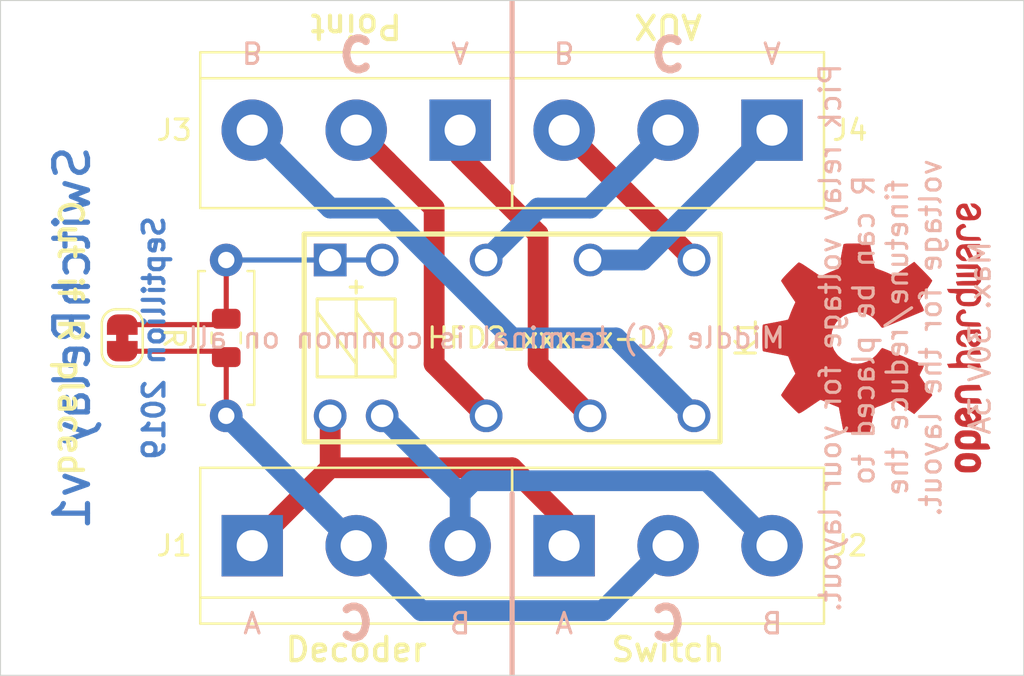
<source format=kicad_pcb>
(kicad_pcb (version 20171130) (host pcbnew "(5.1.4)-1")

  (general
    (thickness 1.6)
    (drawings 26)
    (tracks 46)
    (zones 0)
    (modules 13)
    (nets 11)
  )

  (page A4)
  (title_block
    (title SwitchRelay)
    (date 2019-08-30)
    (rev 1.0)
    (company "Septillion (Timo Engelgeer)")
  )

  (layers
    (0 F.Cu signal)
    (31 B.Cu signal)
    (32 B.Adhes user)
    (33 F.Adhes user)
    (34 B.Paste user hide)
    (35 F.Paste user hide)
    (36 B.SilkS user hide)
    (37 F.SilkS user)
    (38 B.Mask user hide)
    (39 F.Mask user hide)
    (40 Dwgs.User user)
    (41 Cmts.User user)
    (42 Eco1.User user)
    (43 Eco2.User user)
    (44 Edge.Cuts user)
    (45 Margin user)
    (46 B.CrtYd user)
    (47 F.CrtYd user)
    (48 B.Fab user)
    (49 F.Fab user hide)
  )

  (setup
    (last_trace_width 0.25)
    (user_trace_width 1.016)
    (trace_clearance 0.2)
    (zone_clearance 0.508)
    (zone_45_only no)
    (trace_min 0.2)
    (via_size 0.8)
    (via_drill 0.4)
    (via_min_size 0.4)
    (via_min_drill 0.3)
    (uvia_size 0.3)
    (uvia_drill 0.1)
    (uvias_allowed no)
    (uvia_min_size 0.2)
    (uvia_min_drill 0.1)
    (edge_width 0.05)
    (segment_width 0.2)
    (pcb_text_width 0.3)
    (pcb_text_size 1.5 1.5)
    (mod_edge_width 0.12)
    (mod_text_size 1 1)
    (mod_text_width 0.15)
    (pad_size 1.524 1.524)
    (pad_drill 0.762)
    (pad_to_mask_clearance 0.051)
    (solder_mask_min_width 0.25)
    (aux_axis_origin 0 0)
    (grid_origin 141.605 116.205)
    (visible_elements 7FFFFF7F)
    (pcbplotparams
      (layerselection 0x010f0_ffffffff)
      (usegerberextensions true)
      (usegerberattributes false)
      (usegerberadvancedattributes false)
      (creategerberjobfile false)
      (excludeedgelayer true)
      (linewidth 0.100000)
      (plotframeref false)
      (viasonmask false)
      (mode 1)
      (useauxorigin false)
      (hpglpennumber 1)
      (hpglpenspeed 20)
      (hpglpendiameter 15.000000)
      (psnegative false)
      (psa4output false)
      (plotreference true)
      (plotvalue true)
      (plotinvisibletext false)
      (padsonsilk false)
      (subtractmaskfromsilk false)
      (outputformat 1)
      (mirror false)
      (drillshape 0)
      (scaleselection 1)
      (outputdirectory "Gerbers-single/"))
  )

  (net 0 "")
  (net 1 "Net-(J1-Pad3)")
  (net 2 "Net-(J1-Pad2)")
  (net 3 "Net-(J1-Pad1)")
  (net 4 "Net-(J3-Pad3)")
  (net 5 "Net-(J3-Pad2)")
  (net 6 "Net-(J3-Pad1)")
  (net 7 /AUX-S)
  (net 8 /AUX-C)
  (net 9 /AUX-R)
  (net 10 "Net-(JP1-Pad2)")

  (net_class Default "This is the default net class."
    (clearance 0.2)
    (trace_width 0.25)
    (via_dia 0.8)
    (via_drill 0.4)
    (uvia_dia 0.3)
    (uvia_drill 0.1)
    (add_net /AUX-C)
    (add_net /AUX-R)
    (add_net /AUX-S)
    (add_net "Net-(J1-Pad1)")
    (add_net "Net-(J1-Pad2)")
    (add_net "Net-(J1-Pad3)")
    (add_net "Net-(J3-Pad1)")
    (add_net "Net-(J3-Pad2)")
    (add_net "Net-(J3-Pad3)")
    (add_net "Net-(JP1-Pad2)")
  )

  (module TerminalBlock:TerminalBlock_bornier-3_P5.08mm (layer F.Cu) (tedit 5D6A28B8) (tstamp 5D69441D)
    (at 128.905 126.365)
    (descr "simple 3-pin terminal block, pitch 5.08mm, revamped version of bornier3")
    (tags "terminal block bornier3")
    (path /5D69D00C)
    (fp_text reference J1 (at -3.81 0) (layer F.SilkS)
      (effects (font (size 1 1) (thickness 0.15)))
    )
    (fp_text value Decoder (at 5.08 5.08) (layer F.SilkS)
      (effects (font (size 1.143 1.143) (thickness 0.2032)))
    )
    (fp_line (start 12.7 4) (end -2.54 4) (layer F.CrtYd) (width 0.05))
    (fp_line (start 12.7 4) (end 12.7 -4) (layer F.CrtYd) (width 0.05))
    (fp_line (start -2.54 -4) (end -2.54 4) (layer F.CrtYd) (width 0.05))
    (fp_line (start -2.54 -4) (end 12.7 -4) (layer F.CrtYd) (width 0.05))
    (fp_line (start -2.54 3.81) (end 12.7 3.81) (layer F.SilkS) (width 0.12))
    (fp_line (start -2.54 -3.81) (end 12.7 -3.81) (layer F.SilkS) (width 0.12))
    (fp_line (start -2.54 2.54) (end 12.7 2.54) (layer F.SilkS) (width 0.12))
    (fp_line (start 12.7 3.81) (end 12.7 -3.81) (layer F.SilkS) (width 0.12))
    (fp_line (start -2.54 3.81) (end -2.54 -3.81) (layer F.SilkS) (width 0.12))
    (fp_line (start -2.47 3.75) (end -2.47 -3.75) (layer F.Fab) (width 0.1))
    (fp_line (start 12.63 3.75) (end -2.47 3.75) (layer F.Fab) (width 0.1))
    (fp_line (start 12.63 -3.75) (end 12.63 3.75) (layer F.Fab) (width 0.1))
    (fp_line (start -2.47 -3.75) (end 12.63 -3.75) (layer F.Fab) (width 0.1))
    (fp_line (start -2.47 2.55) (end 12.63 2.55) (layer F.Fab) (width 0.1))
    (fp_text user %R (at 5.08 0) (layer F.Fab)
      (effects (font (size 1 1) (thickness 0.15)))
    )
    (pad 3 thru_hole circle (at 10.16 0) (size 3 3) (drill 1.52) (layers *.Cu *.Mask)
      (net 1 "Net-(J1-Pad3)"))
    (pad 2 thru_hole circle (at 5.08 0) (size 3 3) (drill 1.52) (layers *.Cu *.Mask)
      (net 2 "Net-(J1-Pad2)"))
    (pad 1 thru_hole rect (at 0 0) (size 3 3) (drill 1.52) (layers *.Cu *.Mask)
      (net 3 "Net-(J1-Pad1)"))
    (model ${KISYS3DMOD}/TerminalBlock.3dshapes/TerminalBlock_bornier-3_P5.08mm.wrl
      (offset (xyz 5.079999923706055 0 0))
      (scale (xyz 1 1 1))
      (rotate (xyz 0 0 0))
    )
  )

  (module TerminalBlock:TerminalBlock_bornier-3_P5.08mm (layer F.Cu) (tedit 5D6A2879) (tstamp 5D69445C)
    (at 144.145 126.365)
    (descr "simple 3-pin terminal block, pitch 5.08mm, revamped version of bornier3")
    (tags "terminal block bornier3")
    (path /5D69DA55)
    (fp_text reference J2 (at 13.97 0) (layer F.SilkS)
      (effects (font (size 1 1) (thickness 0.15)))
    )
    (fp_text value Switch (at 5.08 5.08) (layer F.SilkS)
      (effects (font (size 1.143 1.143) (thickness 0.2032)))
    )
    (fp_line (start 12.7 4) (end -2.54 4) (layer F.CrtYd) (width 0.05))
    (fp_line (start 12.7 4) (end 12.7 -4) (layer F.CrtYd) (width 0.05))
    (fp_line (start -2.54 -4) (end -2.54 4) (layer F.CrtYd) (width 0.05))
    (fp_line (start -2.54 -4) (end 12.7 -4) (layer F.CrtYd) (width 0.05))
    (fp_line (start -2.54 3.81) (end 12.7 3.81) (layer F.SilkS) (width 0.12))
    (fp_line (start -2.54 -3.81) (end 12.7 -3.81) (layer F.SilkS) (width 0.12))
    (fp_line (start -2.54 2.54) (end 12.7 2.54) (layer F.SilkS) (width 0.12))
    (fp_line (start 12.7 3.81) (end 12.7 -3.81) (layer F.SilkS) (width 0.12))
    (fp_line (start -2.54 3.81) (end -2.54 -3.81) (layer F.SilkS) (width 0.12))
    (fp_line (start -2.47 3.75) (end -2.47 -3.75) (layer F.Fab) (width 0.1))
    (fp_line (start 12.63 3.75) (end -2.47 3.75) (layer F.Fab) (width 0.1))
    (fp_line (start 12.63 -3.75) (end 12.63 3.75) (layer F.Fab) (width 0.1))
    (fp_line (start -2.47 -3.75) (end 12.63 -3.75) (layer F.Fab) (width 0.1))
    (fp_line (start -2.47 2.55) (end 12.63 2.55) (layer F.Fab) (width 0.1))
    (fp_text user %R (at 5.08 0) (layer F.Fab)
      (effects (font (size 1 1) (thickness 0.15)))
    )
    (pad 3 thru_hole circle (at 10.16 0) (size 3 3) (drill 1.52) (layers *.Cu *.Mask)
      (net 1 "Net-(J1-Pad3)"))
    (pad 2 thru_hole circle (at 5.08 0) (size 3 3) (drill 1.52) (layers *.Cu *.Mask)
      (net 2 "Net-(J1-Pad2)"))
    (pad 1 thru_hole rect (at 0 0) (size 3 3) (drill 1.52) (layers *.Cu *.Mask)
      (net 3 "Net-(J1-Pad1)"))
    (model ${KISYS3DMOD}/TerminalBlock.3dshapes/TerminalBlock_bornier-3_P5.08mm.wrl
      (offset (xyz 5.079999923706055 0 0))
      (scale (xyz 1 1 1))
      (rotate (xyz 0 0 0))
    )
  )

  (module Symbol:OSHW-Logo2_14.6x12mm_Copper (layer F.Cu) (tedit 0) (tstamp 5D6993DB)
    (at 159.385 116.205 90)
    (descr "Open Source Hardware Symbol")
    (tags "Logo Symbol OSHW")
    (attr virtual)
    (fp_text reference REF** (at 0 0 90) (layer F.SilkS) hide
      (effects (font (size 1 1) (thickness 0.15)))
    )
    (fp_text value OSHW-Logo2_14.6x12mm_Copper (at 0.75 0 90) (layer F.Fab) hide
      (effects (font (size 1 1) (thickness 0.15)))
    )
    (fp_poly (pts (xy 0.209014 -5.547002) (xy 0.367006 -5.546137) (xy 0.481347 -5.543795) (xy 0.559407 -5.539238)
      (xy 0.608554 -5.53173) (xy 0.636159 -5.520534) (xy 0.649592 -5.504912) (xy 0.656221 -5.484127)
      (xy 0.656865 -5.481437) (xy 0.666935 -5.432887) (xy 0.685575 -5.337095) (xy 0.710845 -5.204257)
      (xy 0.740807 -5.044569) (xy 0.773522 -4.868226) (xy 0.774664 -4.862033) (xy 0.807433 -4.689218)
      (xy 0.838093 -4.536531) (xy 0.864664 -4.413129) (xy 0.885167 -4.328169) (xy 0.897626 -4.29081)
      (xy 0.89822 -4.290148) (xy 0.934919 -4.271905) (xy 1.010586 -4.241503) (xy 1.108878 -4.205507)
      (xy 1.109425 -4.205315) (xy 1.233233 -4.158778) (xy 1.379196 -4.099496) (xy 1.516781 -4.039891)
      (xy 1.523293 -4.036944) (xy 1.74739 -3.935235) (xy 2.243619 -4.274103) (xy 2.395846 -4.377408)
      (xy 2.533741 -4.469763) (xy 2.649315 -4.545916) (xy 2.734579 -4.600615) (xy 2.781544 -4.628607)
      (xy 2.786004 -4.630683) (xy 2.820134 -4.62144) (xy 2.883881 -4.576844) (xy 2.979731 -4.494791)
      (xy 3.110169 -4.373179) (xy 3.243328 -4.243795) (xy 3.371694 -4.116298) (xy 3.486581 -3.999954)
      (xy 3.581073 -3.901948) (xy 3.648253 -3.829464) (xy 3.681206 -3.789687) (xy 3.682432 -3.787639)
      (xy 3.686074 -3.760344) (xy 3.67235 -3.715766) (xy 3.637869 -3.647888) (xy 3.579239 -3.550689)
      (xy 3.49307 -3.418149) (xy 3.3782 -3.247524) (xy 3.276254 -3.097345) (xy 3.185123 -2.96265)
      (xy 3.110073 -2.85126) (xy 3.056369 -2.770995) (xy 3.02928 -2.729675) (xy 3.027574 -2.72687)
      (xy 3.030882 -2.687279) (xy 3.055953 -2.610331) (xy 3.097798 -2.510568) (xy 3.112712 -2.478709)
      (xy 3.177786 -2.336774) (xy 3.247212 -2.175727) (xy 3.303609 -2.036379) (xy 3.344247 -1.932956)
      (xy 3.376526 -1.854358) (xy 3.395178 -1.81328) (xy 3.397497 -1.810115) (xy 3.431803 -1.804872)
      (xy 3.512669 -1.790506) (xy 3.629343 -1.769063) (xy 3.771075 -1.742587) (xy 3.92711 -1.713123)
      (xy 4.086698 -1.682717) (xy 4.239085 -1.653412) (xy 4.373521 -1.627255) (xy 4.479252 -1.60629)
      (xy 4.545526 -1.592561) (xy 4.561782 -1.58868) (xy 4.578573 -1.5791) (xy 4.591249 -1.557464)
      (xy 4.600378 -1.516469) (xy 4.606531 -1.448811) (xy 4.61028 -1.347188) (xy 4.612192 -1.204297)
      (xy 4.61284 -1.012835) (xy 4.612874 -0.934355) (xy 4.612874 -0.296094) (xy 4.459598 -0.26584)
      (xy 4.374322 -0.249436) (xy 4.24707 -0.225491) (xy 4.093315 -0.196893) (xy 3.928534 -0.166533)
      (xy 3.882989 -0.158194) (xy 3.730932 -0.12863) (xy 3.598468 -0.099558) (xy 3.496714 -0.073671)
      (xy 3.436788 -0.053663) (xy 3.426805 -0.047699) (xy 3.402293 -0.005466) (xy 3.367148 0.07637)
      (xy 3.328173 0.181683) (xy 3.320442 0.204368) (xy 3.26936 0.345018) (xy 3.205954 0.503714)
      (xy 3.143904 0.646225) (xy 3.143598 0.646886) (xy 3.040267 0.87044) (xy 3.719961 1.870232)
      (xy 3.283621 2.3073) (xy 3.151649 2.437381) (xy 3.031279 2.552048) (xy 2.929273 2.645181)
      (xy 2.852391 2.710658) (xy 2.807393 2.742357) (xy 2.800938 2.744368) (xy 2.76304 2.728529)
      (xy 2.685708 2.684496) (xy 2.577389 2.61749) (xy 2.446532 2.532734) (xy 2.305052 2.437816)
      (xy 2.161461 2.340998) (xy 2.033435 2.256751) (xy 1.929105 2.190258) (xy 1.8566 2.146702)
      (xy 1.824158 2.131264) (xy 1.784576 2.144328) (xy 1.709519 2.17875) (xy 1.614468 2.22738)
      (xy 1.604392 2.232785) (xy 1.476391 2.29698) (xy 1.388618 2.328463) (xy 1.334028 2.328798)
      (xy 1.305575 2.299548) (xy 1.30541 2.299138) (xy 1.291188 2.264498) (xy 1.257269 2.182269)
      (xy 1.206284 2.058814) (xy 1.140862 1.900498) (xy 1.063634 1.713686) (xy 0.977229 1.504742)
      (xy 0.893551 1.302446) (xy 0.801588 1.0792) (xy 0.71715 0.872392) (xy 0.642769 0.688362)
      (xy 0.580974 0.533451) (xy 0.534297 0.413996) (xy 0.505268 0.336339) (xy 0.496322 0.307356)
      (xy 0.518756 0.27411) (xy 0.577439 0.221123) (xy 0.655689 0.162704) (xy 0.878534 -0.022048)
      (xy 1.052718 -0.233818) (xy 1.176154 -0.468144) (xy 1.246754 -0.720566) (xy 1.262431 -0.986623)
      (xy 1.251036 -1.109425) (xy 1.18895 -1.364207) (xy 1.082023 -1.589199) (xy 0.936889 -1.782183)
      (xy 0.760178 -1.940939) (xy 0.558522 -2.06325) (xy 0.338554 -2.146895) (xy 0.106906 -2.189656)
      (xy -0.129791 -2.189313) (xy -0.364905 -2.143648) (xy -0.591804 -2.050441) (xy -0.803856 -1.907473)
      (xy -0.892364 -1.826617) (xy -1.062111 -1.618993) (xy -1.180301 -1.392105) (xy -1.247722 -1.152567)
      (xy -1.26516 -0.906993) (xy -1.233402 -0.661997) (xy -1.153235 -0.424192) (xy -1.025445 -0.200193)
      (xy -0.85082 0.003387) (xy -0.655688 0.162704) (xy -0.574409 0.223602) (xy -0.516991 0.276015)
      (xy -0.496322 0.307406) (xy -0.507144 0.341639) (xy -0.537923 0.423419) (xy -0.586126 0.546407)
      (xy -0.649222 0.704263) (xy -0.724678 0.890649) (xy -0.809962 1.099226) (xy -0.893781 1.302496)
      (xy -0.986255 1.525933) (xy -1.071911 1.732984) (xy -1.148118 1.917286) (xy -1.212247 2.072475)
      (xy -1.261668 2.192188) (xy -1.293752 2.270061) (xy -1.305641 2.299138) (xy -1.333726 2.328677)
      (xy -1.388051 2.328591) (xy -1.475605 2.297326) (xy -1.603381 2.233329) (xy -1.604392 2.232785)
      (xy -1.700598 2.183121) (xy -1.778369 2.146945) (xy -1.822223 2.131408) (xy -1.824158 2.131264)
      (xy -1.857171 2.147024) (xy -1.930054 2.19085) (xy -2.034678 2.257557) (xy -2.16291 2.341964)
      (xy -2.305052 2.437816) (xy -2.449767 2.534867) (xy -2.580196 2.61927) (xy -2.68789 2.685801)
      (xy -2.764402 2.729238) (xy -2.800938 2.744368) (xy -2.834582 2.724482) (xy -2.902224 2.668903)
      (xy -2.997107 2.583754) (xy -3.11247 2.475153) (xy -3.241555 2.349221) (xy -3.283771 2.307149)
      (xy -3.720261 1.869931) (xy -3.388023 1.38234) (xy -3.287054 1.232605) (xy -3.198438 1.09822)
      (xy -3.127146 0.986969) (xy -3.07815 0.906639) (xy -3.056422 0.865014) (xy -3.055785 0.862053)
      (xy -3.06724 0.822818) (xy -3.098051 0.743895) (xy -3.142884 0.638509) (xy -3.174353 0.567954)
      (xy -3.233192 0.432876) (xy -3.288604 0.296409) (xy -3.331564 0.181103) (xy -3.343234 0.145977)
      (xy -3.376389 0.052174) (xy -3.408799 -0.020306) (xy -3.426601 -0.047699) (xy -3.465886 -0.064464)
      (xy -3.551626 -0.08823) (xy -3.672697 -0.116303) (xy -3.817973 -0.145991) (xy -3.882988 -0.158194)
      (xy -4.048087 -0.188532) (xy -4.206448 -0.217907) (xy -4.342596 -0.243431) (xy -4.441057 -0.262215)
      (xy -4.459598 -0.26584) (xy -4.612873 -0.296094) (xy -4.612873 -0.934355) (xy -4.612529 -1.14423)
      (xy -4.611116 -1.30302) (xy -4.608064 -1.418027) (xy -4.602803 -1.496554) (xy -4.594763 -1.545904)
      (xy -4.583373 -1.573381) (xy -4.568063 -1.586287) (xy -4.561782 -1.58868) (xy -4.523896 -1.597167)
      (xy -4.440195 -1.6141) (xy -4.321433 -1.637434) (xy -4.178361 -1.665125) (xy -4.021732 -1.695127)
      (xy -3.862297 -1.725396) (xy -3.710809 -1.753885) (xy -3.578019 -1.778551) (xy -3.474681 -1.797349)
      (xy -3.411545 -1.808233) (xy -3.397497 -1.810115) (xy -3.38477 -1.835296) (xy -3.3566 -1.902378)
      (xy -3.318252 -1.998667) (xy -3.303609 -2.036379) (xy -3.244548 -2.182079) (xy -3.175 -2.343049)
      (xy -3.112712 -2.478709) (xy -3.066879 -2.582439) (xy -3.036387 -2.667674) (xy -3.026208 -2.719874)
      (xy -3.027831 -2.72687) (xy -3.049343 -2.759898) (xy -3.098465 -2.833357) (xy -3.169923 -2.939423)
      (xy -3.258445 -3.070274) (xy -3.358759 -3.218088) (xy -3.378594 -3.247266) (xy -3.494988 -3.420137)
      (xy -3.580548 -3.551774) (xy -3.638684 -3.648239) (xy -3.672808 -3.715592) (xy -3.686331 -3.759894)
      (xy -3.682664 -3.787206) (xy -3.68257 -3.78738) (xy -3.653707 -3.823254) (xy -3.589867 -3.892609)
      (xy -3.497969 -3.988255) (xy -3.384933 -4.103001) (xy -3.257679 -4.229659) (xy -3.243328 -4.243795)
      (xy -3.082957 -4.399097) (xy -2.959195 -4.51313) (xy -2.869555 -4.587998) (xy -2.811552 -4.625804)
      (xy -2.786004 -4.630683) (xy -2.748718 -4.609397) (xy -2.671343 -4.560227) (xy -2.561867 -4.488425)
      (xy -2.42828 -4.399245) (xy -2.27857 -4.297937) (xy -2.243618 -4.274103) (xy -1.74739 -3.935235)
      (xy -1.523293 -4.036944) (xy -1.387011 -4.096217) (xy -1.240724 -4.15583) (xy -1.114965 -4.20336)
      (xy -1.109425 -4.205315) (xy -1.011057 -4.241323) (xy -0.935229 -4.271771) (xy -0.898282 -4.290095)
      (xy -0.89822 -4.290148) (xy -0.886496 -4.323271) (xy -0.866568 -4.404733) (xy -0.840413 -4.525375)
      (xy -0.81001 -4.676041) (xy -0.777337 -4.847572) (xy -0.774664 -4.862033) (xy -0.74189 -5.038765)
      (xy -0.711802 -5.19919) (xy -0.686339 -5.333112) (xy -0.667441 -5.430337) (xy -0.657047 -5.480668)
      (xy -0.656865 -5.481437) (xy -0.650539 -5.502847) (xy -0.638239 -5.519012) (xy -0.612594 -5.530669)
      (xy -0.566235 -5.538555) (xy -0.491792 -5.543407) (xy -0.381895 -5.545961) (xy -0.229175 -5.546955)
      (xy -0.026262 -5.547126) (xy 0 -5.547126) (xy 0.209014 -5.547002)) (layer F.Cu) (width 0.01))
    (fp_poly (pts (xy 6.343439 3.95654) (xy 6.45895 4.032034) (xy 6.514664 4.099617) (xy 6.558804 4.222255)
      (xy 6.562309 4.319298) (xy 6.554368 4.449056) (xy 6.255115 4.580039) (xy 6.109611 4.646958)
      (xy 6.014537 4.70079) (xy 5.965101 4.747416) (xy 5.956511 4.79272) (xy 5.983972 4.842582)
      (xy 6.014253 4.875632) (xy 6.102363 4.928633) (xy 6.198196 4.932347) (xy 6.286212 4.891041)
      (xy 6.350869 4.808983) (xy 6.362433 4.780008) (xy 6.417825 4.689509) (xy 6.481553 4.65094)
      (xy 6.568966 4.617946) (xy 6.568966 4.743034) (xy 6.561238 4.828156) (xy 6.530966 4.899938)
      (xy 6.467518 4.982356) (xy 6.458088 4.993066) (xy 6.387513 5.066391) (xy 6.326847 5.105742)
      (xy 6.25095 5.123845) (xy 6.18803 5.129774) (xy 6.075487 5.131251) (xy 5.99537 5.112535)
      (xy 5.94539 5.084747) (xy 5.866838 5.023641) (xy 5.812463 4.957554) (xy 5.778052 4.874441)
      (xy 5.759388 4.762254) (xy 5.752256 4.608946) (xy 5.751687 4.531136) (xy 5.753622 4.437853)
      (xy 5.929899 4.437853) (xy 5.931944 4.487896) (xy 5.937039 4.496092) (xy 5.970666 4.484958)
      (xy 6.04303 4.455493) (xy 6.139747 4.413601) (xy 6.159973 4.404597) (xy 6.282203 4.342442)
      (xy 6.349547 4.287815) (xy 6.364348 4.236649) (xy 6.328947 4.184876) (xy 6.299711 4.162)
      (xy 6.194216 4.11625) (xy 6.095476 4.123808) (xy 6.012812 4.179651) (xy 5.955548 4.278753)
      (xy 5.937188 4.357414) (xy 5.929899 4.437853) (xy 5.753622 4.437853) (xy 5.755459 4.349351)
      (xy 5.769359 4.214853) (xy 5.796894 4.116916) (xy 5.841572 4.044811) (xy 5.906901 3.987813)
      (xy 5.935383 3.969393) (xy 6.064763 3.921422) (xy 6.206412 3.918403) (xy 6.343439 3.95654)) (layer F.Cu) (width 0.01))
    (fp_poly (pts (xy 5.33569 3.940018) (xy 5.370585 3.955269) (xy 5.453877 4.021235) (xy 5.525103 4.116618)
      (xy 5.569153 4.218406) (xy 5.576322 4.268587) (xy 5.552285 4.338647) (xy 5.499561 4.375717)
      (xy 5.443031 4.398164) (xy 5.417146 4.4023) (xy 5.404542 4.372283) (xy 5.379654 4.306961)
      (xy 5.368735 4.277445) (xy 5.307508 4.175348) (xy 5.218861 4.124423) (xy 5.105193 4.125989)
      (xy 5.096774 4.127994) (xy 5.036088 4.156767) (xy 4.991474 4.212859) (xy 4.961002 4.303163)
      (xy 4.942744 4.434571) (xy 4.934771 4.613974) (xy 4.934023 4.709433) (xy 4.933652 4.859913)
      (xy 4.931223 4.962495) (xy 4.92476 5.027672) (xy 4.912288 5.065938) (xy 4.891833 5.087785)
      (xy 4.861419 5.103707) (xy 4.859661 5.104509) (xy 4.801091 5.129272) (xy 4.772075 5.138391)
      (xy 4.767616 5.110822) (xy 4.763799 5.03462) (xy 4.760899 4.919541) (xy 4.759191 4.775341)
      (xy 4.758851 4.669814) (xy 4.760588 4.465613) (xy 4.767382 4.310697) (xy 4.781607 4.196024)
      (xy 4.805638 4.112551) (xy 4.841848 4.051236) (xy 4.892612 4.003034) (xy 4.942739 3.969393)
      (xy 5.063275 3.924619) (xy 5.203557 3.914521) (xy 5.33569 3.940018)) (layer F.Cu) (width 0.01))
    (fp_poly (pts (xy 4.314406 3.935156) (xy 4.398469 3.973393) (xy 4.46445 4.019726) (xy 4.512794 4.071532)
      (xy 4.546172 4.138363) (xy 4.567253 4.229769) (xy 4.578707 4.355301) (xy 4.583203 4.524508)
      (xy 4.583678 4.635933) (xy 4.583678 5.070627) (xy 4.509316 5.104509) (xy 4.450746 5.129272)
      (xy 4.42173 5.138391) (xy 4.416179 5.111257) (xy 4.411775 5.038094) (xy 4.409078 4.931263)
      (xy 4.408506 4.846437) (xy 4.406046 4.723887) (xy 4.399412 4.626668) (xy 4.389726 4.567134)
      (xy 4.382032 4.554483) (xy 4.330311 4.567402) (xy 4.249117 4.600539) (xy 4.155102 4.645461)
      (xy 4.064917 4.693735) (xy 3.995215 4.736928) (xy 3.962648 4.766608) (xy 3.962519 4.766929)
      (xy 3.96532 4.821857) (xy 3.990439 4.874292) (xy 4.034541 4.916881) (xy 4.098909 4.931126)
      (xy 4.153921 4.929466) (xy 4.231835 4.928245) (xy 4.272732 4.946498) (xy 4.297295 4.994726)
      (xy 4.300392 5.00382) (xy 4.31104 5.072598) (xy 4.282565 5.11436) (xy 4.208344 5.134263)
      (xy 4.128168 5.137944) (xy 3.98389 5.110658) (xy 3.909203 5.07169) (xy 3.816963 4.980148)
      (xy 3.768043 4.867782) (xy 3.763654 4.749051) (xy 3.805001 4.638411) (xy 3.867197 4.56908)
      (xy 3.929294 4.530265) (xy 4.026895 4.481125) (xy 4.140632 4.431292) (xy 4.15959 4.423677)
      (xy 4.284521 4.368545) (xy 4.356539 4.319954) (xy 4.3797 4.271647) (xy 4.358064 4.21737)
      (xy 4.32092 4.174943) (xy 4.233127 4.122702) (xy 4.13653 4.118784) (xy 4.047944 4.159041)
      (xy 3.984186 4.239326) (xy 3.975817 4.26004) (xy 3.927096 4.336225) (xy 3.855965 4.392785)
      (xy 3.766207 4.439201) (xy 3.766207 4.307584) (xy 3.77149 4.227168) (xy 3.794142 4.163786)
      (xy 3.844367 4.096163) (xy 3.892582 4.044076) (xy 3.967554 3.970322) (xy 4.025806 3.930702)
      (xy 4.088372 3.91481) (xy 4.159193 3.912184) (xy 4.314406 3.935156)) (layer F.Cu) (width 0.01))
    (fp_poly (pts (xy 3.580124 3.93984) (xy 3.584579 4.016653) (xy 3.588071 4.133391) (xy 3.590315 4.280821)
      (xy 3.591035 4.435455) (xy 3.591035 4.958727) (xy 3.498645 5.051117) (xy 3.434978 5.108047)
      (xy 3.379089 5.131107) (xy 3.302702 5.129647) (xy 3.27238 5.125934) (xy 3.17761 5.115126)
      (xy 3.099222 5.108933) (xy 3.080115 5.108361) (xy 3.015699 5.112102) (xy 2.923571 5.121494)
      (xy 2.88785 5.125934) (xy 2.800114 5.132801) (xy 2.741153 5.117885) (xy 2.68269 5.071835)
      (xy 2.661585 5.051117) (xy 2.569195 4.958727) (xy 2.569195 3.979947) (xy 2.643558 3.946066)
      (xy 2.70759 3.92097) (xy 2.745052 3.912184) (xy 2.754657 3.93995) (xy 2.763635 4.01753)
      (xy 2.771386 4.136348) (xy 2.777314 4.287828) (xy 2.780173 4.415805) (xy 2.788161 4.919425)
      (xy 2.857848 4.929278) (xy 2.921229 4.922389) (xy 2.952286 4.900083) (xy 2.960967 4.858379)
      (xy 2.968378 4.769544) (xy 2.973931 4.644834) (xy 2.977036 4.495507) (xy 2.977484 4.418661)
      (xy 2.977931 3.976287) (xy 3.069874 3.944235) (xy 3.134949 3.922443) (xy 3.170347 3.912281)
      (xy 3.171368 3.912184) (xy 3.17492 3.939809) (xy 3.178823 4.016411) (xy 3.182751 4.132579)
      (xy 3.186376 4.278904) (xy 3.188908 4.415805) (xy 3.196897 4.919425) (xy 3.372069 4.919425)
      (xy 3.380107 4.459965) (xy 3.388146 4.000505) (xy 3.473543 3.956344) (xy 3.536593 3.926019)
      (xy 3.57391 3.912258) (xy 3.574987 3.912184) (xy 3.580124 3.93984)) (layer F.Cu) (width 0.01))
    (fp_poly (pts (xy 2.393914 4.154455) (xy 2.393543 4.372661) (xy 2.392108 4.540519) (xy 2.389002 4.66607)
      (xy 2.383622 4.757355) (xy 2.375362 4.822415) (xy 2.363616 4.869291) (xy 2.347781 4.906024)
      (xy 2.33579 4.926991) (xy 2.23649 5.040694) (xy 2.110588 5.111965) (xy 1.971291 5.137538)
      (xy 1.831805 5.11415) (xy 1.748743 5.072119) (xy 1.661545 4.999411) (xy 1.602117 4.910612)
      (xy 1.566261 4.79432) (xy 1.549781 4.639135) (xy 1.547447 4.525287) (xy 1.547761 4.517106)
      (xy 1.751724 4.517106) (xy 1.75297 4.647657) (xy 1.758678 4.73408) (xy 1.771804 4.790618)
      (xy 1.795306 4.831514) (xy 1.823386 4.862362) (xy 1.917688 4.921905) (xy 2.01894 4.926992)
      (xy 2.114636 4.877279) (xy 2.122084 4.870543) (xy 2.153874 4.835502) (xy 2.173808 4.793811)
      (xy 2.1846 4.731762) (xy 2.188965 4.635644) (xy 2.189655 4.529379) (xy 2.188159 4.39588)
      (xy 2.181964 4.306822) (xy 2.168514 4.248293) (xy 2.145251 4.206382) (xy 2.126175 4.184123)
      (xy 2.037563 4.127985) (xy 1.935508 4.121235) (xy 1.838095 4.164114) (xy 1.819296 4.180032)
      (xy 1.787293 4.215382) (xy 1.767318 4.257502) (xy 1.756593 4.320251) (xy 1.752339 4.417487)
      (xy 1.751724 4.517106) (xy 1.547761 4.517106) (xy 1.554504 4.341947) (xy 1.578472 4.204195)
      (xy 1.623548 4.100632) (xy 1.693928 4.019856) (xy 1.748743 3.978455) (xy 1.848376 3.933728)
      (xy 1.963855 3.912967) (xy 2.071199 3.918525) (xy 2.131264 3.940943) (xy 2.154835 3.947323)
      (xy 2.170477 3.923535) (xy 2.181395 3.859788) (xy 2.189655 3.762687) (xy 2.198699 3.654541)
      (xy 2.211261 3.589475) (xy 2.234119 3.552268) (xy 2.274051 3.527699) (xy 2.299138 3.516819)
      (xy 2.394023 3.477072) (xy 2.393914 4.154455)) (layer F.Cu) (width 0.01))
    (fp_poly (pts (xy 1.065943 3.92192) (xy 1.198565 3.970859) (xy 1.30601 4.057419) (xy 1.348032 4.118352)
      (xy 1.393843 4.230161) (xy 1.392891 4.311006) (xy 1.344808 4.365378) (xy 1.327017 4.374624)
      (xy 1.250204 4.40345) (xy 1.210976 4.396065) (xy 1.197689 4.347658) (xy 1.197012 4.32092)
      (xy 1.172686 4.222548) (xy 1.109281 4.153734) (xy 1.021154 4.120498) (xy 0.922663 4.128861)
      (xy 0.842602 4.172296) (xy 0.815561 4.197072) (xy 0.796394 4.227129) (xy 0.783446 4.272565)
      (xy 0.775064 4.343476) (xy 0.769593 4.44996) (xy 0.765378 4.602112) (xy 0.764287 4.650287)
      (xy 0.760307 4.815095) (xy 0.755781 4.931088) (xy 0.748995 5.007833) (xy 0.738231 5.054893)
      (xy 0.721773 5.081835) (xy 0.697906 5.098223) (xy 0.682626 5.105463) (xy 0.617733 5.13022)
      (xy 0.579534 5.138391) (xy 0.566912 5.111103) (xy 0.559208 5.028603) (xy 0.55638 4.889941)
      (xy 0.558386 4.694162) (xy 0.559011 4.663965) (xy 0.563421 4.485349) (xy 0.568635 4.354923)
      (xy 0.576055 4.262492) (xy 0.587082 4.197858) (xy 0.603117 4.150825) (xy 0.625561 4.111196)
      (xy 0.637302 4.094215) (xy 0.704619 4.01908) (xy 0.77991 3.960638) (xy 0.789128 3.955536)
      (xy 0.924133 3.91526) (xy 1.065943 3.92192)) (layer F.Cu) (width 0.01))
    (fp_poly (pts (xy 0.079944 3.92436) (xy 0.194343 3.966842) (xy 0.195652 3.967658) (xy 0.266403 4.01973)
      (xy 0.318636 4.080584) (xy 0.355371 4.159887) (xy 0.379634 4.267309) (xy 0.394445 4.412517)
      (xy 0.402829 4.605179) (xy 0.403564 4.632628) (xy 0.41412 5.046521) (xy 0.325291 5.092456)
      (xy 0.261018 5.123498) (xy 0.22221 5.138206) (xy 0.220415 5.138391) (xy 0.2137 5.11125)
      (xy 0.208365 5.038041) (xy 0.205083 4.931081) (xy 0.204368 4.844469) (xy 0.204351 4.704162)
      (xy 0.197937 4.616051) (xy 0.17558 4.574025) (xy 0.127732 4.571975) (xy 0.044849 4.60379)
      (xy -0.080287 4.662272) (xy -0.172303 4.710845) (xy -0.219629 4.752986) (xy -0.233542 4.798916)
      (xy -0.233563 4.801189) (xy -0.210605 4.880311) (xy -0.14263 4.923055) (xy -0.038602 4.929246)
      (xy 0.03633 4.928172) (xy 0.075839 4.949753) (xy 0.100478 5.001591) (xy 0.114659 5.067632)
      (xy 0.094223 5.105104) (xy 0.086528 5.110467) (xy 0.014083 5.132006) (xy -0.087367 5.135055)
      (xy -0.191843 5.120778) (xy -0.265875 5.094688) (xy -0.368228 5.007785) (xy -0.426409 4.886816)
      (xy -0.437931 4.792308) (xy -0.429138 4.707062) (xy -0.39732 4.637476) (xy -0.334316 4.575672)
      (xy -0.231969 4.513772) (xy -0.082118 4.443897) (xy -0.072988 4.439948) (xy 0.061997 4.377588)
      (xy 0.145294 4.326446) (xy 0.180997 4.280488) (xy 0.173203 4.233683) (xy 0.126007 4.179998)
      (xy 0.111894 4.167644) (xy 0.017359 4.119741) (xy -0.080594 4.121758) (xy -0.165903 4.168724)
      (xy -0.222504 4.255669) (xy -0.227763 4.272734) (xy -0.278977 4.355504) (xy -0.343963 4.395372)
      (xy -0.437931 4.434882) (xy -0.437931 4.332658) (xy -0.409347 4.184072) (xy -0.324505 4.047784)
      (xy -0.280355 4.002191) (xy -0.179995 3.943674) (xy -0.052365 3.917184) (xy 0.079944 3.92436)) (layer F.Cu) (width 0.01))
    (fp_poly (pts (xy -1.255402 3.723857) (xy -1.246846 3.843188) (xy -1.237019 3.913506) (xy -1.223401 3.944179)
      (xy -1.203473 3.944571) (xy -1.197011 3.94091) (xy -1.11106 3.914398) (xy -0.999255 3.915946)
      (xy -0.885586 3.943199) (xy -0.81449 3.978455) (xy -0.741595 4.034778) (xy -0.688307 4.098519)
      (xy -0.651725 4.17951) (xy -0.62895 4.287586) (xy -0.617081 4.43258) (xy -0.613218 4.624326)
      (xy -0.613149 4.661109) (xy -0.613103 5.074288) (xy -0.705046 5.106339) (xy -0.770348 5.128144)
      (xy -0.806176 5.138297) (xy -0.80723 5.138391) (xy -0.810758 5.11086) (xy -0.813761 5.034923)
      (xy -0.81601 4.920565) (xy -0.817276 4.777769) (xy -0.817471 4.690951) (xy -0.817877 4.519773)
      (xy -0.819968 4.397088) (xy -0.825053 4.313) (xy -0.83444 4.257614) (xy -0.849439 4.221032)
      (xy -0.871358 4.193359) (xy -0.885043 4.180032) (xy -0.979051 4.126328) (xy -1.081636 4.122307)
      (xy -1.17471 4.167725) (xy -1.191922 4.184123) (xy -1.217168 4.214957) (xy -1.23468 4.251531)
      (xy -1.245858 4.304415) (xy -1.252104 4.384177) (xy -1.254818 4.501385) (xy -1.255402 4.662991)
      (xy -1.255402 5.074288) (xy -1.347345 5.106339) (xy -1.412647 5.128144) (xy -1.448475 5.138297)
      (xy -1.449529 5.138391) (xy -1.452225 5.110448) (xy -1.454655 5.03163) (xy -1.456722 4.909453)
      (xy -1.458329 4.751432) (xy -1.459377 4.565083) (xy -1.459769 4.35792) (xy -1.45977 4.348706)
      (xy -1.45977 3.55902) (xy -1.364885 3.518997) (xy -1.27 3.478973) (xy -1.255402 3.723857)) (layer F.Cu) (width 0.01))
    (fp_poly (pts (xy -3.684448 3.884676) (xy -3.569342 3.962111) (xy -3.480389 4.073949) (xy -3.427251 4.216265)
      (xy -3.416503 4.321015) (xy -3.417724 4.364726) (xy -3.427944 4.398194) (xy -3.456039 4.428179)
      (xy -3.510884 4.46144) (xy -3.601355 4.504738) (xy -3.736328 4.564833) (xy -3.737011 4.565134)
      (xy -3.861249 4.622037) (xy -3.963127 4.672565) (xy -4.032233 4.71128) (xy -4.058154 4.73274)
      (xy -4.058161 4.732913) (xy -4.035315 4.779644) (xy -3.981891 4.831154) (xy -3.920558 4.868261)
      (xy -3.889485 4.875632) (xy -3.804711 4.850138) (xy -3.731707 4.786291) (xy -3.696087 4.716094)
      (xy -3.66182 4.664343) (xy -3.594697 4.605409) (xy -3.515792 4.554496) (xy -3.446179 4.526809)
      (xy -3.431623 4.525287) (xy -3.415237 4.550321) (xy -3.41425 4.614311) (xy -3.426292 4.700593)
      (xy -3.448993 4.792501) (xy -3.479986 4.873369) (xy -3.481552 4.876509) (xy -3.574819 5.006734)
      (xy -3.695696 5.095311) (xy -3.832973 5.138786) (xy -3.97544 5.133706) (xy -4.111888 5.076616)
      (xy -4.117955 5.072602) (xy -4.22529 4.975326) (xy -4.295868 4.848409) (xy -4.334926 4.681526)
      (xy -4.340168 4.634639) (xy -4.349452 4.413329) (xy -4.338322 4.310124) (xy -4.058161 4.310124)
      (xy -4.054521 4.374503) (xy -4.034611 4.393291) (xy -3.984974 4.379235) (xy -3.906733 4.346009)
      (xy -3.819274 4.304359) (xy -3.817101 4.303256) (xy -3.74297 4.264265) (xy -3.713219 4.238244)
      (xy -3.720555 4.210965) (xy -3.751447 4.175121) (xy -3.83004 4.123251) (xy -3.914677 4.119439)
      (xy -3.990597 4.157189) (xy -4.043035 4.230001) (xy -4.058161 4.310124) (xy -4.338322 4.310124)
      (xy -4.330356 4.236261) (xy -4.281366 4.095829) (xy -4.213164 3.997447) (xy -4.090065 3.89803)
      (xy -3.954472 3.848711) (xy -3.816045 3.845568) (xy -3.684448 3.884676)) (layer F.Cu) (width 0.01))
    (fp_poly (pts (xy -5.951779 3.866015) (xy -5.814939 3.937968) (xy -5.713949 4.053766) (xy -5.678075 4.128213)
      (xy -5.650161 4.239992) (xy -5.635871 4.381227) (xy -5.634516 4.535371) (xy -5.645405 4.685879)
      (xy -5.667847 4.816205) (xy -5.70115 4.909803) (xy -5.711385 4.925922) (xy -5.832618 5.046249)
      (xy -5.976613 5.118317) (xy -6.132861 5.139408) (xy -6.290852 5.106802) (xy -6.33482 5.087253)
      (xy -6.420444 5.027012) (xy -6.495592 4.947135) (xy -6.502694 4.937004) (xy -6.531561 4.888181)
      (xy -6.550643 4.83599) (xy -6.561916 4.767285) (xy -6.567355 4.668918) (xy -6.568938 4.527744)
      (xy -6.568965 4.496092) (xy -6.568893 4.486019) (xy -6.277011 4.486019) (xy -6.275313 4.619256)
      (xy -6.268628 4.707674) (xy -6.254575 4.764785) (xy -6.230771 4.804102) (xy -6.218621 4.817241)
      (xy -6.148764 4.867172) (xy -6.080941 4.864895) (xy -6.012365 4.821584) (xy -5.971465 4.775346)
      (xy -5.947242 4.707857) (xy -5.933639 4.601433) (xy -5.932706 4.58902) (xy -5.930384 4.396147)
      (xy -5.95465 4.2529) (xy -6.005176 4.16016) (xy -6.081632 4.118807) (xy -6.108924 4.116552)
      (xy -6.180589 4.127893) (xy -6.22961 4.167184) (xy -6.259582 4.242326) (xy -6.274101 4.361222)
      (xy -6.277011 4.486019) (xy -6.568893 4.486019) (xy -6.567878 4.345659) (xy -6.563312 4.240549)
      (xy -6.553312 4.167714) (xy -6.535921 4.114108) (xy -6.509184 4.066681) (xy -6.503276 4.057864)
      (xy -6.403968 3.939007) (xy -6.295758 3.870008) (xy -6.164019 3.842619) (xy -6.119283 3.841281)
      (xy -5.951779 3.866015)) (layer F.Cu) (width 0.01))
    (fp_poly (pts (xy -2.582571 3.877719) (xy -2.488877 3.931914) (xy -2.423736 3.985707) (xy -2.376093 4.042066)
      (xy -2.343272 4.110987) (xy -2.322594 4.202468) (xy -2.31138 4.326506) (xy -2.306951 4.493098)
      (xy -2.306437 4.612851) (xy -2.306437 5.053659) (xy -2.430517 5.109283) (xy -2.554598 5.164907)
      (xy -2.569195 4.682095) (xy -2.575227 4.501779) (xy -2.581555 4.370901) (xy -2.589394 4.280511)
      (xy -2.599963 4.221664) (xy -2.614477 4.185413) (xy -2.634152 4.16281) (xy -2.640465 4.157917)
      (xy -2.736112 4.119706) (xy -2.832793 4.134827) (xy -2.890345 4.174943) (xy -2.913755 4.20337)
      (xy -2.929961 4.240672) (xy -2.940259 4.297223) (xy -2.945951 4.383394) (xy -2.948336 4.509558)
      (xy -2.948736 4.641042) (xy -2.948814 4.805999) (xy -2.951639 4.922761) (xy -2.961093 5.00151)
      (xy -2.98106 5.052431) (xy -3.015424 5.085706) (xy -3.068068 5.11152) (xy -3.138383 5.138344)
      (xy -3.21518 5.167542) (xy -3.206038 4.649346) (xy -3.202357 4.462539) (xy -3.19805 4.32449)
      (xy -3.191877 4.225568) (xy -3.182598 4.156145) (xy -3.168973 4.10659) (xy -3.149761 4.067273)
      (xy -3.126598 4.032584) (xy -3.014848 3.92177) (xy -2.878487 3.857689) (xy -2.730175 3.842339)
      (xy -2.582571 3.877719)) (layer F.Cu) (width 0.01))
    (fp_poly (pts (xy -4.8281 3.861903) (xy -4.71655 3.917522) (xy -4.618092 4.019931) (xy -4.590977 4.057864)
      (xy -4.561438 4.1075) (xy -4.542272 4.161412) (xy -4.531307 4.233364) (xy -4.526371 4.337122)
      (xy -4.525287 4.474101) (xy -4.530182 4.661815) (xy -4.547196 4.802758) (xy -4.579823 4.907908)
      (xy -4.631558 4.988243) (xy -4.705896 5.054741) (xy -4.711358 5.058678) (xy -4.78462 5.098953)
      (xy -4.87284 5.11888) (xy -4.985038 5.123793) (xy -5.167433 5.123793) (xy -5.167509 5.300857)
      (xy -5.169207 5.39947) (xy -5.17955 5.457314) (xy -5.206578 5.492006) (xy -5.258332 5.521164)
      (xy -5.270761 5.527121) (xy -5.328923 5.555039) (xy -5.373956 5.572672) (xy -5.407441 5.574194)
      (xy -5.430962 5.553781) (xy -5.4461 5.505607) (xy -5.454437 5.423846) (xy -5.457556 5.302672)
      (xy -5.45704 5.13626) (xy -5.454471 4.918785) (xy -5.453668 4.853736) (xy -5.450778 4.629502)
      (xy -5.448188 4.482821) (xy -5.167586 4.482821) (xy -5.166009 4.607326) (xy -5.159 4.688787)
      (xy -5.143142 4.742515) (xy -5.115019 4.783823) (xy -5.095925 4.803971) (xy -5.017865 4.862921)
      (xy -4.948753 4.86772) (xy -4.87744 4.819038) (xy -4.875632 4.817241) (xy -4.846617 4.779618)
      (xy -4.828967 4.728484) (xy -4.820064 4.649738) (xy -4.817291 4.529276) (xy -4.817241 4.502588)
      (xy -4.823942 4.336583) (xy -4.845752 4.221505) (xy -4.885235 4.151254) (xy -4.944956 4.119729)
      (xy -4.979472 4.116552) (xy -5.061389 4.13146) (xy -5.117579 4.180548) (xy -5.151402 4.270362)
      (xy -5.16622 4.407445) (xy -5.167586 4.482821) (xy -5.448188 4.482821) (xy -5.447713 4.455952)
      (xy -5.443753 4.325382) (xy -5.438174 4.230087) (xy -5.430254 4.162364) (xy -5.419269 4.114507)
      (xy -5.404499 4.078813) (xy -5.385218 4.047578) (xy -5.376951 4.035824) (xy -5.267288 3.924797)
      (xy -5.128635 3.861847) (xy -4.968246 3.844297) (xy -4.8281 3.861903)) (layer F.Cu) (width 0.01))
  )

  (module TerminalBlock:TerminalBlock_bornier-3_P5.08mm (layer F.Cu) (tedit 59FF03B9) (tstamp 5D6944CB)
    (at 154.305 106.045 180)
    (descr "simple 3-pin terminal block, pitch 5.08mm, revamped version of bornier3")
    (tags "terminal block bornier3")
    (path /5D6A54C3)
    (fp_text reference J4 (at -3.81 0) (layer F.SilkS)
      (effects (font (size 1 1) (thickness 0.15)))
    )
    (fp_text value AUX (at 5.08 5.08 180 unlocked) (layer F.SilkS)
      (effects (font (size 1.143 1.143) (thickness 0.2032)))
    )
    (fp_line (start 12.88 4) (end -2.72 4) (layer F.CrtYd) (width 0.05))
    (fp_line (start 12.88 4) (end 12.88 -4) (layer F.CrtYd) (width 0.05))
    (fp_line (start -2.72 -4) (end -2.72 4) (layer F.CrtYd) (width 0.05))
    (fp_line (start -2.72 -4) (end 12.88 -4) (layer F.CrtYd) (width 0.05))
    (fp_line (start -2.54 3.81) (end 12.7 3.81) (layer F.SilkS) (width 0.12))
    (fp_line (start -2.54 -3.81) (end 12.7 -3.81) (layer F.SilkS) (width 0.12))
    (fp_line (start -2.54 2.54) (end 12.7 2.54) (layer F.SilkS) (width 0.12))
    (fp_line (start 12.7 3.81) (end 12.7 -3.81) (layer F.SilkS) (width 0.12))
    (fp_line (start -2.54 3.81) (end -2.54 -3.81) (layer F.SilkS) (width 0.12))
    (fp_line (start -2.47 3.75) (end -2.47 -3.75) (layer F.Fab) (width 0.1))
    (fp_line (start 12.63 3.75) (end -2.47 3.75) (layer F.Fab) (width 0.1))
    (fp_line (start 12.63 -3.75) (end 12.63 3.75) (layer F.Fab) (width 0.1))
    (fp_line (start -2.47 -3.75) (end 12.63 -3.75) (layer F.Fab) (width 0.1))
    (fp_line (start -2.47 2.55) (end 12.63 2.55) (layer F.Fab) (width 0.1))
    (fp_text user %R (at 5.08 0) (layer F.Fab)
      (effects (font (size 1 1) (thickness 0.15)))
    )
    (pad 3 thru_hole circle (at 10.16 0 180) (size 3 3) (drill 1.52) (layers *.Cu *.Mask)
      (net 7 /AUX-S))
    (pad 2 thru_hole circle (at 5.08 0 180) (size 3 3) (drill 1.52) (layers *.Cu *.Mask)
      (net 8 /AUX-C))
    (pad 1 thru_hole rect (at 0 0 180) (size 3 3) (drill 1.52) (layers *.Cu *.Mask)
      (net 9 /AUX-R))
    (model ${KISYS3DMOD}/TerminalBlock.3dshapes/TerminalBlock_bornier-3_P5.08mm.wrl
      (offset (xyz 5.079999923706055 0 0))
      (scale (xyz 1 1 1))
      (rotate (xyz 0 0 0))
    )
  )

  (module Resistor_SMD:R_0805_2012Metric (layer F.Cu) (tedit 5B36C52B) (tstamp 5D694496)
    (at 127.635 116.205 270)
    (descr "Resistor SMD 0805 (2012 Metric), square (rectangular) end terminal, IPC_7351 nominal, (Body size source: https://docs.google.com/spreadsheets/d/1BsfQQcO9C6DZCsRaXUlFlo91Tg2WpOkGARC1WS5S8t0/edit?usp=sharing), generated with kicad-footprint-generator")
    (tags resistor)
    (path /5D6A8421)
    (attr smd)
    (fp_text reference R2 (at 0 -1.65 90) (layer F.SilkS) hide
      (effects (font (size 1 1) (thickness 0.15)))
    )
    (fp_text value R (at 0 1.65 90) (layer F.Fab)
      (effects (font (size 1 1) (thickness 0.15)))
    )
    (fp_text user %R (at 0 0 90) (layer F.Fab)
      (effects (font (size 0.5 0.5) (thickness 0.08)))
    )
    (fp_line (start 1.68 0.95) (end -1.68 0.95) (layer F.CrtYd) (width 0.05))
    (fp_line (start 1.68 -0.95) (end 1.68 0.95) (layer F.CrtYd) (width 0.05))
    (fp_line (start -1.68 -0.95) (end 1.68 -0.95) (layer F.CrtYd) (width 0.05))
    (fp_line (start -1.68 0.95) (end -1.68 -0.95) (layer F.CrtYd) (width 0.05))
    (fp_line (start -0.258578 0.71) (end 0.258578 0.71) (layer F.SilkS) (width 0.12))
    (fp_line (start -0.258578 -0.71) (end 0.258578 -0.71) (layer F.SilkS) (width 0.12))
    (fp_line (start 1 0.6) (end -1 0.6) (layer F.Fab) (width 0.1))
    (fp_line (start 1 -0.6) (end 1 0.6) (layer F.Fab) (width 0.1))
    (fp_line (start -1 -0.6) (end 1 -0.6) (layer F.Fab) (width 0.1))
    (fp_line (start -1 0.6) (end -1 -0.6) (layer F.Fab) (width 0.1))
    (pad 2 smd roundrect (at 0.9375 0 270) (size 0.975 1.4) (layers F.Cu F.Paste F.Mask) (roundrect_rratio 0.25)
      (net 2 "Net-(J1-Pad2)"))
    (pad 1 smd roundrect (at -0.9375 0 270) (size 0.975 1.4) (layers F.Cu F.Paste F.Mask) (roundrect_rratio 0.25)
      (net 10 "Net-(JP1-Pad2)"))
    (model ${KISYS3DMOD}/Resistor_SMD.3dshapes/R_0805_2012Metric.wrl
      (at (xyz 0 0 0))
      (scale (xyz 1 1 1))
      (rotate (xyz 0 0 0))
    )
  )

  (module Resistor_THT:R_Axial_DIN0207_L6.3mm_D2.5mm_P7.62mm_Horizontal (layer F.Cu) (tedit 5AE5139B) (tstamp 5D69456B)
    (at 127.635 112.395 270)
    (descr "Resistor, Axial_DIN0207 series, Axial, Horizontal, pin pitch=7.62mm, 0.25W = 1/4W, length*diameter=6.3*2.5mm^2, http://cdn-reichelt.de/documents/datenblatt/B400/1_4W%23YAG.pdf")
    (tags "Resistor Axial_DIN0207 series Axial Horizontal pin pitch 7.62mm 0.25W = 1/4W length 6.3mm diameter 2.5mm")
    (path /5D6A7AED)
    (fp_text reference R1 (at 3.81 -2.37 90) (layer F.SilkS) hide
      (effects (font (size 1 1) (thickness 0.15)))
    )
    (fp_text value R (at 3.81 2.37 90) (layer F.Fab)
      (effects (font (size 1 1) (thickness 0.15)))
    )
    (fp_text user R (at 3.81 2.54 270 unlocked) (layer F.SilkS)
      (effects (font (size 1 1) (thickness 0.15)))
    )
    (fp_line (start 8.67 -1.5) (end -1.05 -1.5) (layer F.CrtYd) (width 0.05))
    (fp_line (start 8.67 1.5) (end 8.67 -1.5) (layer F.CrtYd) (width 0.05))
    (fp_line (start -1.05 1.5) (end 8.67 1.5) (layer F.CrtYd) (width 0.05))
    (fp_line (start -1.05 -1.5) (end -1.05 1.5) (layer F.CrtYd) (width 0.05))
    (fp_line (start 7.08 1.37) (end 7.08 1.04) (layer F.SilkS) (width 0.12))
    (fp_line (start 0.54 1.37) (end 7.08 1.37) (layer F.SilkS) (width 0.12))
    (fp_line (start 0.54 1.04) (end 0.54 1.37) (layer F.SilkS) (width 0.12))
    (fp_line (start 7.08 -1.37) (end 7.08 -1.04) (layer F.SilkS) (width 0.12))
    (fp_line (start 0.54 -1.37) (end 7.08 -1.37) (layer F.SilkS) (width 0.12))
    (fp_line (start 0.54 -1.04) (end 0.54 -1.37) (layer F.SilkS) (width 0.12))
    (fp_line (start 7.62 0) (end 6.96 0) (layer F.Fab) (width 0.1))
    (fp_line (start 0 0) (end 0.66 0) (layer F.Fab) (width 0.1))
    (fp_line (start 6.96 -1.25) (end 0.66 -1.25) (layer F.Fab) (width 0.1))
    (fp_line (start 6.96 1.25) (end 6.96 -1.25) (layer F.Fab) (width 0.1))
    (fp_line (start 0.66 1.25) (end 6.96 1.25) (layer F.Fab) (width 0.1))
    (fp_line (start 0.66 -1.25) (end 0.66 1.25) (layer F.Fab) (width 0.1))
    (pad 2 thru_hole oval (at 7.62 0 270) (size 1.6 1.6) (drill 0.8) (layers *.Cu *.Mask)
      (net 2 "Net-(J1-Pad2)"))
    (pad 1 thru_hole circle (at 0 0 270) (size 1.6 1.6) (drill 0.8) (layers *.Cu *.Mask)
      (net 10 "Net-(JP1-Pad2)"))
    (model ${KISYS3DMOD}/Resistor_THT.3dshapes/R_Axial_DIN0207_L6.3mm_D2.5mm_P7.62mm_Horizontal.wrl
      (at (xyz 0 0 0))
      (scale (xyz 1 1 1))
      (rotate (xyz 0 0 0))
    )
  )

  (module septillion_relay:HFD2_xxx-x-L2 (layer F.Cu) (tedit 5D69274A) (tstamp 5D6945B1)
    (at 141.605 116.205)
    (path /5D69AF73)
    (fp_text reference K1 (at 11.43 0 90) (layer F.SilkS)
      (effects (font (size 1 1) (thickness 0.15)))
    )
    (fp_text value HFD2_xxx-x-L2 (at 1.905 0) (layer F.SilkS)
      (effects (font (size 1 1) (thickness 0.15)))
    )
    (fp_text user + (at -7.62 -2.54) (layer F.SilkS)
      (effects (font (size 0.762 0.762) (thickness 0.1524)))
    )
    (fp_line (start -7.62 -1.27) (end -5.715 1.27) (layer F.SilkS) (width 0.15))
    (fp_line (start -7.62 1.905) (end -7.62 -1.27) (layer F.SilkS) (width 0.15))
    (fp_line (start -9.525 -1.27) (end -7.62 1.27) (layer F.SilkS) (width 0.15))
    (fp_line (start -7.62 -1.905) (end -7.62 1.905) (layer F.SilkS) (width 0.15))
    (fp_line (start -9.525 1.905) (end -9.525 -1.905) (layer F.SilkS) (width 0.15))
    (fp_line (start -5.715 1.905) (end -9.525 1.905) (layer F.SilkS) (width 0.15))
    (fp_line (start -5.715 -1.905) (end -5.715 1.905) (layer F.SilkS) (width 0.15))
    (fp_line (start -9.525 -1.905) (end -5.715 -1.905) (layer F.SilkS) (width 0.15))
    (fp_line (start -10.16 5.08) (end -10.16 -5.08) (layer F.SilkS) (width 0.254))
    (fp_line (start 10.16 5.08) (end -10.16 5.08) (layer F.SilkS) (width 0.254))
    (fp_line (start 10.16 -5.08) (end 10.16 5.08) (layer F.SilkS) (width 0.254))
    (fp_line (start -10.16 -5.08) (end 10.16 -5.08) (layer F.SilkS) (width 0.254))
    (pad 15 thru_hole circle (at -6.35 3.81) (size 1.6 1.6) (drill 1.1) (layers *.Cu *.Mask)
      (net 1 "Net-(J1-Pad3)"))
    (pad 2 thru_hole circle (at -6.35 -3.81) (size 1.6 1.6) (drill 1.1) (layers *.Cu *.Mask)
      (net 10 "Net-(JP1-Pad2)"))
    (pad 16 thru_hole circle (at -8.89 3.81) (size 1.6 1.6) (drill 1.1) (layers *.Cu *.Mask)
      (net 3 "Net-(J1-Pad1)"))
    (pad 13 thru_hole circle (at -1.27 3.81) (size 1.6 1.6) (drill 1.1) (layers *.Cu *.Mask)
      (net 5 "Net-(J3-Pad2)"))
    (pad 11 thru_hole circle (at 3.81 3.81) (size 1.6 1.6) (drill 1.1) (layers *.Cu *.Mask)
      (net 6 "Net-(J3-Pad1)"))
    (pad 9 thru_hole circle (at 8.89 3.81) (size 1.6 1.6) (drill 1.1) (layers *.Cu *.Mask)
      (net 4 "Net-(J3-Pad3)"))
    (pad 8 thru_hole circle (at 8.89 -3.81) (size 1.6 1.6) (drill 1.1) (layers *.Cu *.Mask)
      (net 7 /AUX-S))
    (pad 6 thru_hole circle (at 3.81 -3.81) (size 1.6 1.6) (drill 1.1) (layers *.Cu *.Mask)
      (net 9 /AUX-R))
    (pad 4 thru_hole circle (at -1.27 -3.81) (size 1.6 1.6) (drill 1.1) (layers *.Cu *.Mask)
      (net 8 /AUX-C))
    (pad 1 thru_hole rect (at -8.89 -3.81) (size 1.6 1.6) (drill 1.1) (layers *.Cu *.Mask)
      (net 10 "Net-(JP1-Pad2)"))
  )

  (module Jumper:SolderJumper-2_P1.3mm_Bridged_RoundedPad1.0x1.5mm (layer F.Cu) (tedit 5C745284) (tstamp 5D69451C)
    (at 122.555 116.205 90)
    (descr "SMD Solder Jumper, 1x1.5mm, rounded Pads, 0.3mm gap, bridged with 1 copper strip")
    (tags "solder jumper open")
    (path /5D6A9A21)
    (attr virtual)
    (fp_text reference JP1 (at 0 -1.8 90) (layer F.SilkS) hide
      (effects (font (size 1 1) (thickness 0.15)))
    )
    (fp_text value R-Enable (at 0 -2.54 270 unlocked) (layer F.SilkS) hide
      (effects (font (size 1 1) (thickness 0.15)))
    )
    (fp_poly (pts (xy 0.25 -0.3) (xy -0.25 -0.3) (xy -0.25 0.3) (xy 0.25 0.3)) (layer F.Cu) (width 0))
    (fp_line (start 1.65 1.25) (end -1.65 1.25) (layer F.CrtYd) (width 0.05))
    (fp_line (start 1.65 1.25) (end 1.65 -1.25) (layer F.CrtYd) (width 0.05))
    (fp_line (start -1.65 -1.25) (end -1.65 1.25) (layer F.CrtYd) (width 0.05))
    (fp_line (start -1.65 -1.25) (end 1.65 -1.25) (layer F.CrtYd) (width 0.05))
    (fp_line (start -0.7 -1) (end 0.7 -1) (layer F.SilkS) (width 0.12))
    (fp_line (start 1.4 -0.3) (end 1.4 0.3) (layer F.SilkS) (width 0.12))
    (fp_line (start 0.7 1) (end -0.7 1) (layer F.SilkS) (width 0.12))
    (fp_line (start -1.4 0.3) (end -1.4 -0.3) (layer F.SilkS) (width 0.12))
    (fp_arc (start -0.7 -0.3) (end -0.7 -1) (angle -90) (layer F.SilkS) (width 0.12))
    (fp_arc (start -0.7 0.3) (end -1.4 0.3) (angle -90) (layer F.SilkS) (width 0.12))
    (fp_arc (start 0.7 0.3) (end 0.7 1) (angle -90) (layer F.SilkS) (width 0.12))
    (fp_arc (start 0.7 -0.3) (end 1.4 -0.3) (angle -90) (layer F.SilkS) (width 0.12))
    (pad 1 smd custom (at -0.65 0 90) (size 1 0.5) (layers F.Cu F.Mask)
      (net 2 "Net-(J1-Pad2)") (zone_connect 2)
      (options (clearance outline) (anchor rect))
      (primitives
        (gr_circle (center 0 0.25) (end 0.5 0.25) (width 0))
        (gr_circle (center 0 -0.25) (end 0.5 -0.25) (width 0))
        (gr_poly (pts
           (xy 0 -0.75) (xy 0.5 -0.75) (xy 0.5 0.75) (xy 0 0.75)) (width 0))
      ))
    (pad 2 smd custom (at 0.65 0 90) (size 1 0.5) (layers F.Cu F.Mask)
      (net 10 "Net-(JP1-Pad2)") (zone_connect 2)
      (options (clearance outline) (anchor rect))
      (primitives
        (gr_circle (center 0 0.25) (end 0.5 0.25) (width 0))
        (gr_circle (center 0 -0.25) (end 0.5 -0.25) (width 0))
        (gr_poly (pts
           (xy 0 -0.75) (xy -0.5 -0.75) (xy -0.5 0.75) (xy 0 0.75)) (width 0))
      ))
  )

  (module TerminalBlock:TerminalBlock_bornier-3_P5.08mm (layer F.Cu) (tedit 59FF03B9) (tstamp 5D69460F)
    (at 139.065 106.045 180)
    (descr "simple 3-pin terminal block, pitch 5.08mm, revamped version of bornier3")
    (tags "terminal block bornier3")
    (path /5D69E233)
    (fp_text reference J3 (at 13.97 0) (layer F.SilkS)
      (effects (font (size 1 1) (thickness 0.15)))
    )
    (fp_text value Point (at 5.08 5.08 180 unlocked) (layer F.SilkS)
      (effects (font (size 1.143 1.143) (thickness 0.2032)))
    )
    (fp_line (start 12.88 4) (end -2.72 4) (layer F.CrtYd) (width 0.05))
    (fp_line (start 12.88 4) (end 12.88 -4) (layer F.CrtYd) (width 0.05))
    (fp_line (start -2.72 -4) (end -2.72 4) (layer F.CrtYd) (width 0.05))
    (fp_line (start -2.72 -4) (end 12.88 -4) (layer F.CrtYd) (width 0.05))
    (fp_line (start -2.54 3.81) (end 12.7 3.81) (layer F.SilkS) (width 0.12))
    (fp_line (start -2.54 -3.81) (end 12.7 -3.81) (layer F.SilkS) (width 0.12))
    (fp_line (start -2.54 2.54) (end 12.7 2.54) (layer F.SilkS) (width 0.12))
    (fp_line (start 12.7 3.81) (end 12.7 -3.81) (layer F.SilkS) (width 0.12))
    (fp_line (start -2.54 3.81) (end -2.54 -3.81) (layer F.SilkS) (width 0.12))
    (fp_line (start -2.47 3.75) (end -2.47 -3.75) (layer F.Fab) (width 0.1))
    (fp_line (start 12.63 3.75) (end -2.47 3.75) (layer F.Fab) (width 0.1))
    (fp_line (start 12.63 -3.75) (end 12.63 3.75) (layer F.Fab) (width 0.1))
    (fp_line (start -2.47 -3.75) (end 12.63 -3.75) (layer F.Fab) (width 0.1))
    (fp_line (start -2.47 2.55) (end 12.63 2.55) (layer F.Fab) (width 0.1))
    (fp_text user %R (at 5.08 0) (layer F.Fab)
      (effects (font (size 1 1) (thickness 0.15)))
    )
    (pad 3 thru_hole circle (at 10.16 0 180) (size 3 3) (drill 1.52) (layers *.Cu *.Mask)
      (net 4 "Net-(J3-Pad3)"))
    (pad 2 thru_hole circle (at 5.08 0 180) (size 3 3) (drill 1.52) (layers *.Cu *.Mask)
      (net 5 "Net-(J3-Pad2)"))
    (pad 1 thru_hole rect (at 0 0 180) (size 3 3) (drill 1.52) (layers *.Cu *.Mask)
      (net 6 "Net-(J3-Pad1)"))
    (model ${KISYS3DMOD}/TerminalBlock.3dshapes/TerminalBlock_bornier-3_P5.08mm.wrl
      (offset (xyz 5.079999923706055 0 0))
      (scale (xyz 1 1 1))
      (rotate (xyz 0 0 0))
    )
  )

  (module MountingHole:MountingHole_3mm (layer F.Cu) (tedit 56D1B4CB) (tstamp 5D6945EC)
    (at 120.105 103.205)
    (descr "Mounting Hole 3mm, no annular")
    (tags "mounting hole 3mm no annular")
    (path /5D6AF512)
    (attr virtual)
    (fp_text reference H4 (at 0 -4) (layer F.SilkS) hide
      (effects (font (size 1 1) (thickness 0.15)))
    )
    (fp_text value MountingHole (at 0 4) (layer F.Fab)
      (effects (font (size 1 1) (thickness 0.15)))
    )
    (fp_circle (center 0 0) (end 3.25 0) (layer F.CrtYd) (width 0.05))
    (fp_circle (center 0 0) (end 3 0) (layer Cmts.User) (width 0.15))
    (fp_text user %R (at 0.3 0) (layer F.Fab)
      (effects (font (size 1 1) (thickness 0.15)))
    )
    (pad 1 np_thru_hole circle (at 0 0) (size 3 3) (drill 3) (layers *.Cu *.Mask))
  )

  (module MountingHole:MountingHole_3mm (layer F.Cu) (tedit 56D1B4CB) (tstamp 5D694547)
    (at 163.105 129.205)
    (descr "Mounting Hole 3mm, no annular")
    (tags "mounting hole 3mm no annular")
    (path /5D6B0555)
    (attr virtual)
    (fp_text reference H3 (at 0 -4) (layer F.SilkS) hide
      (effects (font (size 1 1) (thickness 0.15)))
    )
    (fp_text value MountingHole (at 0 4) (layer F.Fab)
      (effects (font (size 1 1) (thickness 0.15)))
    )
    (fp_circle (center 0 0) (end 3.25 0) (layer F.CrtYd) (width 0.05))
    (fp_circle (center 0 0) (end 3 0) (layer Cmts.User) (width 0.15))
    (fp_text user %R (at 0.3 0) (layer F.Fab)
      (effects (font (size 1 1) (thickness 0.15)))
    )
    (pad 1 np_thru_hole circle (at 0 0) (size 3 3) (drill 3) (layers *.Cu *.Mask))
  )

  (module MountingHole:MountingHole_3mm (layer F.Cu) (tedit 56D1B4CB) (tstamp 5D6944FC)
    (at 163.105 103.205)
    (descr "Mounting Hole 3mm, no annular")
    (tags "mounting hole 3mm no annular")
    (path /5D6B07ED)
    (attr virtual)
    (fp_text reference H2 (at 0 -4) (layer F.SilkS) hide
      (effects (font (size 1 1) (thickness 0.15)))
    )
    (fp_text value MountingHole (at 0 4) (layer F.Fab)
      (effects (font (size 1 1) (thickness 0.15)))
    )
    (fp_circle (center 0 0) (end 3.25 0) (layer F.CrtYd) (width 0.05))
    (fp_circle (center 0 0) (end 3 0) (layer Cmts.User) (width 0.15))
    (fp_text user %R (at 0.3 0) (layer F.Fab)
      (effects (font (size 1 1) (thickness 0.15)))
    )
    (pad 1 np_thru_hole circle (at 0 0) (size 3 3) (drill 3) (layers *.Cu *.Mask))
  )

  (module MountingHole:MountingHole_3mm (layer F.Cu) (tedit 56D1B4CB) (tstamp 5D6946CD)
    (at 120.105 129.205)
    (descr "Mounting Hole 3mm, no annular")
    (tags "mounting hole 3mm no annular")
    (path /5D6B09BB)
    (attr virtual)
    (fp_text reference H1 (at 0 -4) (layer F.SilkS) hide
      (effects (font (size 1 1) (thickness 0.15)))
    )
    (fp_text value MountingHole (at 0 4) (layer F.Fab)
      (effects (font (size 1 1) (thickness 0.15)))
    )
    (fp_circle (center 0 0) (end 3.25 0) (layer F.CrtYd) (width 0.05))
    (fp_circle (center 0 0) (end 3 0) (layer Cmts.User) (width 0.15))
    (fp_text user %R (at 0.3 0) (layer F.Fab)
      (effects (font (size 1 1) (thickness 0.15)))
    )
    (pad 1 np_thru_hole circle (at 0 0) (size 3 3) (drill 3) (layers *.Cu *.Mask))
  )

  (gr_line (start 141.605 132.715) (end 141.605 123.825) (layer B.SilkS) (width 0.254) (tstamp 5D696545))
  (gr_line (start 141.605 108.585) (end 141.605 99.695) (layer B.SilkS) (width 0.254))
  (gr_text B (at 139.065 130.175) (layer B.SilkS) (tstamp 5D696509)
    (effects (font (size 1 1) (thickness 0.15)) (justify mirror))
  )
  (gr_text B (at 154.305 130.175) (layer B.SilkS) (tstamp 5D696509)
    (effects (font (size 1 1) (thickness 0.15)) (justify mirror))
  )
  (gr_text B (at 128.905 102.235 180) (layer B.SilkS) (tstamp 5D696509)
    (effects (font (size 1 1) (thickness 0.15)) (justify mirror))
  )
  (gr_text B (at 144.145 102.235 180) (layer B.SilkS) (tstamp 5D6964D3)
    (effects (font (size 1 1) (thickness 0.15)) (justify mirror))
  )
  (gr_text A (at 154.305 102.235 180) (layer B.SilkS) (tstamp 5D6964D3)
    (effects (font (size 1 1) (thickness 0.15)) (justify mirror))
  )
  (gr_text A (at 139.065 102.235 180) (layer B.SilkS) (tstamp 5D6964D3)
    (effects (font (size 1 1) (thickness 0.15)) (justify mirror))
  )
  (gr_text A (at 128.905 130.175) (layer B.SilkS) (tstamp 5D6964D3)
    (effects (font (size 1 1) (thickness 0.15)) (justify mirror))
  )
  (gr_text A (at 144.145 130.175) (layer B.SilkS)
    (effects (font (size 1 1) (thickness 0.15)) (justify mirror))
  )
  (gr_text "Max. 30V 3A" (at 164.465 116.205 90) (layer B.SilkS)
    (effects (font (size 1 1) (thickness 0.15)) (justify mirror))
  )
  (gr_text "Middle (C) terminal is common on all" (at 140.335 116.205) (layer B.SilkS)
    (effects (font (size 1 1) (thickness 0.15)) (justify mirror))
  )
  (gr_text C (at 133.985 130.175) (layer B.SilkS) (tstamp 5D695D5E)
    (effects (font (size 1.524 1.524) (thickness 0.381)) (justify mirror))
  )
  (gr_text C (at 149.225 130.175) (layer B.SilkS) (tstamp 5D695D5E)
    (effects (font (size 1.524 1.524) (thickness 0.381)) (justify mirror))
  )
  (gr_text C (at 133.985 102.235 180) (layer B.SilkS) (tstamp 5D695D5E)
    (effects (font (size 1.524 1.524) (thickness 0.381)) (justify mirror))
  )
  (gr_text C (at 149.225 102.235 180) (layer B.SilkS)
    (effects (font (size 1.524 1.524) (thickness 0.381)) (justify mirror))
  )
  (gr_text "SwitchRelay v1" (at 120.105 116.205 90) (layer B.Cu) (tstamp 5D695BF4)
    (effects (font (size 1.651 1.651) (thickness 0.254)) (justify mirror))
  )
  (gr_text "Septillion 2019" (at 124.105 116.205 90) (layer B.Cu) (tstamp 5D695BB3)
    (effects (font (size 1.016 1.016) (thickness 0.2032)) (justify mirror))
  )
  (gr_text "Pick relay voltage for your layout.\nR can be placed to \nfinetune/reduce the\nvoltage for the layout." (at 159.605 116.205 90) (layer B.SilkS)
    (effects (font (size 1.016 1.016) (thickness 0.1524)) (justify mirror))
  )
  (gr_text "Septillion 2019" (at 124.105 116.205 90) (layer B.Mask)
    (effects (font (size 1.016 1.016) (thickness 0.2032)) (justify mirror))
  )
  (gr_text "SwitchRelay v1" (at 120.105 116.205 90) (layer B.Mask)
    (effects (font (size 1.651 1.651) (thickness 0.254)) (justify mirror))
  )
  (gr_text "Cut if R placed" (at 120.015 116.205 270) (layer F.SilkS) (tstamp 5D69463A)
    (effects (font (size 1.143 1.143) (thickness 0.2032)))
  )
  (gr_line (start 116.605 99.705) (end 166.605 99.705) (layer Edge.Cuts) (width 0.05) (tstamp 5D6943FD))
  (gr_line (start 166.605 132.705) (end 116.605 132.705) (layer Edge.Cuts) (width 0.05) (tstamp 5D694400))
  (gr_line (start 166.605 132.705) (end 166.605 99.705) (layer Edge.Cuts) (width 0.05) (tstamp 5D694403))
  (gr_line (start 116.605 99.705) (end 116.605 132.705) (layer Edge.Cuts) (width 0.05) (tstamp 5D694406))

  (segment (start 139.065 123.825) (end 135.255 120.015) (width 1.016) (layer B.Cu) (net 1) (tstamp 5D6946B2))
  (segment (start 139.065 126.365) (end 139.065 123.825) (width 1.016) (layer B.Cu) (net 1) (tstamp 5D6946C1))
  (segment (start 139.7 123.19) (end 139.065 123.825) (width 1.016) (layer B.Cu) (net 1) (tstamp 5D6946BE))
  (segment (start 154.305 126.365) (end 151.13 123.19) (width 1.016) (layer B.Cu) (net 1) (tstamp 5D69468B))
  (segment (start 151.13 123.19) (end 139.7 123.19) (width 1.016) (layer B.Cu) (net 1) (tstamp 5D6946B8))
  (segment (start 127.635 120.015) (end 127.635 117.1425) (width 0.25) (layer F.Cu) (net 2) (tstamp 5D6946B5))
  (segment (start 127.635 120.015) (end 133.985 126.365) (width 1.016) (layer B.Cu) (net 2) (tstamp 5D6946AF))
  (segment (start 147.725001 127.864999) (end 149.225 126.365) (width 1.016) (layer B.Cu) (net 2) (tstamp 5D6946BB))
  (segment (start 146.05 129.54) (end 147.725001 127.864999) (width 1.016) (layer B.Cu) (net 2) (tstamp 5D6946AC))
  (segment (start 133.985 126.365) (end 137.16 129.54) (width 1.016) (layer B.Cu) (net 2) (tstamp 5D6946A9))
  (segment (start 137.16 129.54) (end 146.05 129.54) (width 1.016) (layer B.Cu) (net 2) (tstamp 5D694685))
  (segment (start 127.3475 116.855) (end 127.635 117.1425) (width 0.25) (layer F.Cu) (net 2))
  (segment (start 122.555 116.855) (end 127.3475 116.855) (width 0.25) (layer F.Cu) (net 2))
  (segment (start 128.905 126.365) (end 131.113001 124.156999) (width 1.016) (layer F.Cu) (net 3) (tstamp 5D6946A6))
  (segment (start 132.715 122.555) (end 132.715 120.015) (width 1.016) (layer F.Cu) (net 3) (tstamp 5D6946A3))
  (segment (start 131.113001 124.156999) (end 132.715 122.555) (width 1.016) (layer F.Cu) (net 3) (tstamp 5D6946A0))
  (segment (start 132.08 123.19) (end 131.113001 124.156999) (width 1.016) (layer F.Cu) (net 3) (tstamp 5D694682))
  (segment (start 144.145 125.095) (end 144.145 126.365) (width 1.016) (layer F.Cu) (net 3) (tstamp 5D69468E))
  (segment (start 132.715 122.555) (end 141.605 122.555) (width 1.016) (layer F.Cu) (net 3) (tstamp 5D69469D))
  (segment (start 141.605 122.555) (end 144.145 125.095) (width 1.016) (layer F.Cu) (net 3) (tstamp 5D69469A))
  (segment (start 130.404999 107.544999) (end 128.905 106.045) (width 1.016) (layer B.Cu) (net 4) (tstamp 5D694697))
  (segment (start 132.715 109.855) (end 130.404999 107.544999) (width 1.016) (layer B.Cu) (net 4) (tstamp 5D694694))
  (segment (start 135.255 109.855) (end 132.715 109.855) (width 1.016) (layer B.Cu) (net 4) (tstamp 5D694691))
  (segment (start 141.605 116.205) (end 135.255 109.855) (width 1.016) (layer B.Cu) (net 4) (tstamp 5D694640))
  (segment (start 150.495 120.015) (end 146.685 116.205) (width 1.016) (layer B.Cu) (net 4) (tstamp 5D694646))
  (segment (start 146.685 116.205) (end 141.605 116.205) (width 1.016) (layer B.Cu) (net 4) (tstamp 5D694664))
  (segment (start 135.484999 107.544999) (end 133.985 106.045) (width 1.016) (layer F.Cu) (net 5) (tstamp 5D694661))
  (segment (start 137.795 109.855) (end 135.484999 107.544999) (width 1.016) (layer F.Cu) (net 5) (tstamp 5D694652))
  (segment (start 140.335 120.015) (end 137.795 117.475) (width 1.016) (layer F.Cu) (net 5) (tstamp 5D694673))
  (segment (start 137.795 117.475) (end 137.795 109.855) (width 1.016) (layer F.Cu) (net 5) (tstamp 5D694649))
  (segment (start 139.065 107.315) (end 139.065 106.045) (width 1.016) (layer F.Cu) (net 6) (tstamp 5D69464F))
  (segment (start 142.875 111.125) (end 139.065 107.315) (width 1.016) (layer F.Cu) (net 6) (tstamp 5D69465B))
  (segment (start 145.415 120.015) (end 142.875 117.475) (width 1.016) (layer F.Cu) (net 6) (tstamp 5D694676))
  (segment (start 142.875 117.475) (end 142.875 111.125) (width 1.016) (layer F.Cu) (net 6) (tstamp 5D69463D))
  (segment (start 150.495 112.395) (end 144.145 106.045) (width 1.016) (layer F.Cu) (net 7) (tstamp 5D694670))
  (segment (start 147.725001 107.544999) (end 149.225 106.045) (width 1.016) (layer B.Cu) (net 8) (tstamp 5D69466D))
  (segment (start 145.415 109.855) (end 147.725001 107.544999) (width 1.016) (layer B.Cu) (net 8) (tstamp 5D694643))
  (segment (start 140.335 112.395) (end 142.875 109.855) (width 1.016) (layer B.Cu) (net 8) (tstamp 5D694658))
  (segment (start 142.875 109.855) (end 145.415 109.855) (width 1.016) (layer B.Cu) (net 8) (tstamp 5D69467F))
  (segment (start 147.955 112.395) (end 154.305 106.045) (width 1.016) (layer B.Cu) (net 9) (tstamp 5D694655))
  (segment (start 145.415 112.395) (end 147.955 112.395) (width 1.016) (layer B.Cu) (net 9) (tstamp 5D69464C))
  (segment (start 135.255 112.395) (end 132.715 112.395) (width 0.25) (layer B.Cu) (net 10) (tstamp 5D69466A))
  (segment (start 132.715 112.395) (end 127.635 112.395) (width 0.25) (layer B.Cu) (net 10) (tstamp 5D69465E))
  (segment (start 127.635 115.2675) (end 127.635 112.395) (width 0.25) (layer F.Cu) (net 10) (tstamp 5D694679))
  (segment (start 127.3475 115.555) (end 127.635 115.2675) (width 0.25) (layer F.Cu) (net 10))
  (segment (start 122.555 115.555) (end 127.3475 115.555) (width 0.25) (layer F.Cu) (net 10))

)

</source>
